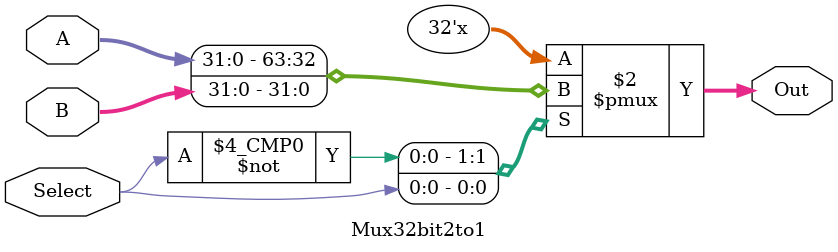
<source format=v>
`timescale 1ns / 1ps

module Mux32bit2to1(
// Inputs (0, 1)
A, B, 

// Output
Out, 

// Control Signal
Select);
input [31:0] A, B;
input Select;
output reg [31:0] Out;

always@(*) begin 
    case(Select)
    0: Out <= A; 
    1: Out <= B;
    endcase
end
endmodule
</source>
